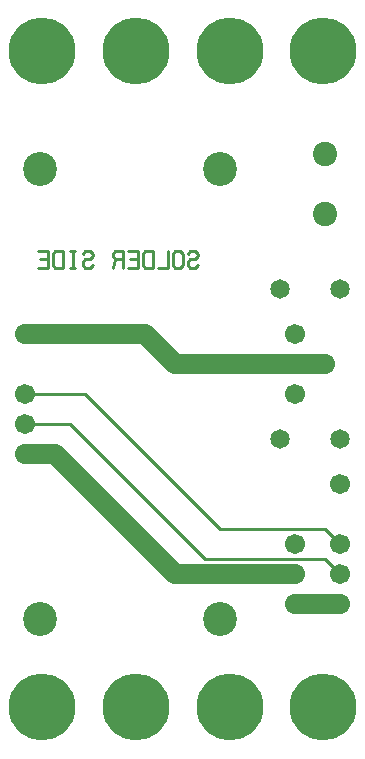
<source format=gbl>
%MOIN*%
%FSLAX25Y25*%
G04 D10 used for Character Trace; *
G04     Circle (OD=.01000) (No hole)*
G04 D11 used for Power Trace; *
G04     Circle (OD=.06700) (No hole)*
G04 D12 used for Signal Trace; *
G04     Circle (OD=.01100) (No hole)*
G04 D13 used for Via; *
G04     Circle (OD=.05800) (Round. Hole ID=.02800)*
G04 D14 used for Component hole; *
G04     Circle (OD=.06500) (Round. Hole ID=.03500)*
G04 D15 used for Component hole; *
G04     Circle (OD=.06700) (Round. Hole ID=.04300)*
G04 D16 used for Component hole; *
G04     Circle (OD=.08100) (Round. Hole ID=.05100)*
G04 D17 used for Component hole; *
G04     Circle (OD=.08900) (Round. Hole ID=.05900)*
G04 D18 used for Component hole; *
G04     Circle (OD=.11300) (Round. Hole ID=.08300)*
G04 D19 used for Component hole; *
G04     Circle (OD=.16000) (Round. Hole ID=.13000)*
G04 D20 used for Component hole; *
G04     Circle (OD=.18300) (Round. Hole ID=.15300)*
G04 D21 used for Component hole; *
G04     Circle (OD=.22291) (Round. Hole ID=.19291)*
%ADD10C,.01000*%
%ADD11C,.06700*%
%ADD12C,.01100*%
%ADD13C,.05800*%
%ADD14C,.06500*%
%ADD15C,.06700*%
%ADD16C,.08100*%
%ADD17C,.08900*%
%ADD18C,.11300*%
%ADD19C,.16000*%
%ADD20C,.18300*%
%ADD21C,.22291*%
%IPPOS*%
%LPD*%
G90*X0Y0D02*D21*X15625Y15625D03*D18*              
X15000Y45000D03*D21*X46875Y15625D03*D11*          
X60000Y60000D02*X100000D01*D15*D03*Y70000D03*     
Y50000D03*D11*X115000D01*D15*D03*Y60000D03*D12*   
X110000Y65000D01*X70000D01*X25000Y110000D01*      
X10000D01*D15*D03*D11*X60000Y60000D02*            
X20000Y100000D01*D18*X75000Y45000D03*D12*         
Y75000D02*X110000D01*X115000Y70000D01*D15*D03*    
Y90000D03*D14*Y105000D03*X95000D03*D12*           
X75000Y75000D02*X30000Y120000D01*X10000D01*D15*   
D03*Y140000D03*D11*X50000D01*X60000Y130000D01*    
X110000D01*D15*D03*X100000Y140000D03*Y120000D03*  
D14*X115000Y155000D03*X95000D03*D16*              
X110000Y180000D03*D18*X75000Y195000D03*D16*       
X110000Y200000D03*D11*X10000Y100000D02*X20000D01* 
D15*X10000D03*D10*X64163Y166914D02*               
X65000Y167871D01*X66674D01*X67511Y166914D01*      
Y165957D01*X66674Y165000D01*X65000D01*            
X64163Y164043D01*Y163086D01*X65000Y162129D01*     
X66674D01*X67511Y163086D01*X59163D02*             
X60000Y162129D01*X61674D01*X62511Y163086D01*      
Y166914D01*X61674Y167871D01*X60000D01*            
X59163Y166914D01*Y163086D01*X57511Y167871D02*     
Y162129D01*X54163D01*X52511D02*Y167871D01*        
X50000D01*X49163Y166914D01*Y163086D01*            
X50000Y162129D01*X52511D01*X44163D02*X47511D01*   
Y167871D01*X44163D01*X47511Y165000D02*X45000D01*  
X42511Y162129D02*Y167871D01*X40000D01*            
X39163Y166914D01*Y165957D01*X40000Y165000D01*     
X42511D01*X40000D02*X39163Y162129D01*             
X29163Y166914D02*X30000Y167871D01*X31674D01*      
X32511Y166914D01*Y165957D01*X31674Y165000D01*     
X30000D01*X29163Y164043D01*Y163086D01*            
X30000Y162129D01*X31674D01*X32511Y163086D01*      
X25837Y162129D02*Y167871D01*X26674Y162129D02*     
X25000D01*X26674Y167871D02*X25000D01*             
X22511Y162129D02*Y167871D01*X20000D01*            
X19163Y166914D01*Y163086D01*X20000Y162129D01*     
X22511D01*X14163D02*X17511D01*Y167871D01*         
X14163D01*X17511Y165000D02*X15000D01*D21*         
X78125Y15625D03*D18*X15000Y195000D03*D21*         
X109375Y15625D03*Y234375D03*X78125D03*X46875D03*  
X15625D03*M02*                                    

</source>
